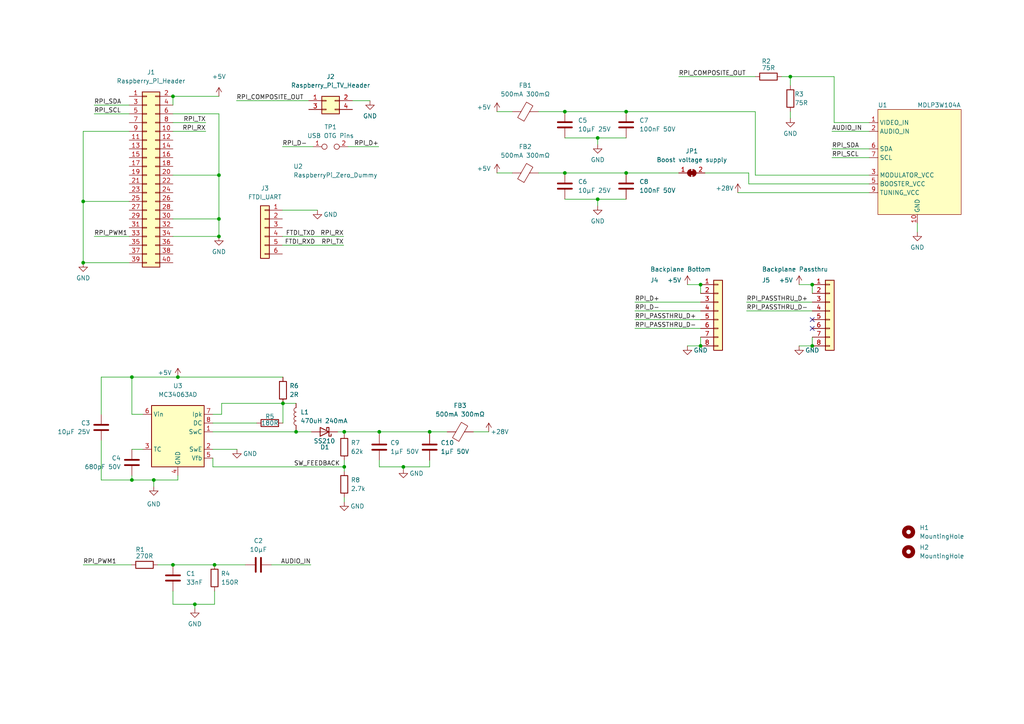
<source format=kicad_sch>
(kicad_sch (version 20211123) (generator eeschema)
  (paper "A4")
  (lib_symbols
    (symbol "ALPS_MDLP3W104A:MDLP3W104A"
      (property "Reference" "U" (at -11.43 16.51 0))
      (property "Value" "MDLP3W104A" (at 5.08 16.51 0))
      (property "Footprint" "ALPS_MDLP3W104A:ALPS_MDLP3W104A" (at 20.32 -19.05 0))
      (symbol "MDLP3W104A_0_0"
        (pin input line (at -15.24 11.43 0) (length 2.54) (name "VIDEO_IN") (number "1"))
        (pin power_in line (at -1.27 -17.78 90) (length 2.54) (name "GND") (number "10"))
        (pin input line (at -15.24 8.89 0) (length 2.54) (name "AUDIO_IN") (number "2"))
        (pin power_in line (at -15.24 -3.81 0) (length 2.54) (name "MODULATOR_VCC") (number "3"))
        (pin power_in line (at -15.24 -6.35 0) (length 2.54) (name "BOOSTER_VCC") (number "5"))
        (pin open_collector line (at -15.24 3.81 0) (length 2.54) (name "SDA") (number "6"))
        (pin open_collector line (at -15.24 1.27 0) (length 2.54) (name "SCL") (number "7"))
        (pin power_in line (at -15.24 -8.89 0) (length 2.54) (name "TUNING_VCC") (number "9"))
      )
      (symbol "MDLP3W104A_0_1"
        (rectangle (start -12.7 15.24) (end 11.43 -15.24) (fill (type background)))
      )
    )
    (symbol "Connector:TestPoint_2Pole" (pin_names (offset 0.762) hide)
      (property "Reference" "TP" (at 0 1.524 0))
      (property "Value" "TestPoint_2Pole" (at 0 -1.778 0))
      (symbol "TestPoint_2Pole_0_1"
        (circle (center -1.778 0) (radius 0.762))
        (circle (center 1.778 0) (radius 0.762))
        (pin passive line (at -5.08 0 0) (length 2.54) (name "1") (number "1"))
        (pin passive line (at 5.08 0 180) (length 2.54) (name "2") (number "2"))
      )
    )
    (symbol "Connector_Generic:Conn_01x06" (pin_names (offset 1.016) hide)
      (property "Reference" "J" (at 0 7.62 0))
      (property "Value" "Conn_01x06" (at 0 -10.16 0))
      (symbol "Conn_01x06_1_1"
        (rectangle (start -1.27 -7.493) (end 0 -7.747) (stroke (width 0.1524)))
        (rectangle (start -1.27 -4.953) (end 0 -5.207) (stroke (width 0.1524)))
        (rectangle (start -1.27 -2.413) (end 0 -2.667) (stroke (width 0.1524)))
        (rectangle (start -1.27 0.127) (end 0 -0.127) (stroke (width 0.1524)))
        (rectangle (start -1.27 2.667) (end 0 2.413) (stroke (width 0.1524)))
        (rectangle (start -1.27 5.207) (end 0 4.953) (stroke (width 0.1524)))
        (rectangle (start -1.27 6.35) (end 1.27 -8.89) (stroke (width 0.254)) (fill (type background)))
        (pin passive line (at -5.08 5.08 0) (length 3.81) (name "Pin_1") (number "1"))
        (pin passive line (at -5.08 2.54 0) (length 3.81) (name "Pin_2") (number "2"))
        (pin passive line (at -5.08 0 0) (length 3.81) (name "Pin_3") (number "3"))
        (pin passive line (at -5.08 -2.54 0) (length 3.81) (name "Pin_4") (number "4"))
        (pin passive line (at -5.08 -5.08 0) (length 3.81) (name "Pin_5") (number "5"))
        (pin passive line (at -5.08 -7.62 0) (length 3.81) (name "Pin_6") (number "6"))
      )
    )
    (symbol "Connector_Generic:Conn_01x08" (pin_names (offset 1.016) hide)
      (property "Reference" "J" (at 0 10.16 0))
      (property "Value" "Conn_01x08" (at 0 -12.7 0))
      (symbol "Conn_01x08_1_1"
        (rectangle (start -1.27 -10.033) (end 0 -10.287) (stroke (width 0.1524)))
        (rectangle (start -1.27 -7.493) (end 0 -7.747) (stroke (width 0.1524)))
        (rectangle (start -1.27 -4.953) (end 0 -5.207) (stroke (width 0.1524)))
        (rectangle (start -1.27 -2.413) (end 0 -2.667) (stroke (width 0.1524)))
        (rectangle (start -1.27 0.127) (end 0 -0.127) (stroke (width 0.1524)))
        (rectangle (start -1.27 2.667) (end 0 2.413) (stroke (width 0.1524)))
        (rectangle (start -1.27 5.207) (end 0 4.953) (stroke (width 0.1524)))
        (rectangle (start -1.27 7.747) (end 0 7.493) (stroke (width 0.1524)))
        (rectangle (start -1.27 8.89) (end 1.27 -11.43) (stroke (width 0.254)) (fill (type background)))
        (pin passive line (at -5.08 7.62 0) (length 3.81) (name "Pin_1") (number "1"))
        (pin passive line (at -5.08 5.08 0) (length 3.81) (name "Pin_2") (number "2"))
        (pin passive line (at -5.08 2.54 0) (length 3.81) (name "Pin_3") (number "3"))
        (pin passive line (at -5.08 0 0) (length 3.81) (name "Pin_4") (number "4"))
        (pin passive line (at -5.08 -2.54 0) (length 3.81) (name "Pin_5") (number "5"))
        (pin passive line (at -5.08 -5.08 0) (length 3.81) (name "Pin_6") (number "6"))
        (pin passive line (at -5.08 -7.62 0) (length 3.81) (name "Pin_7") (number "7"))
        (pin passive line (at -5.08 -10.16 0) (length 3.81) (name "Pin_8") (number "8"))
      )
    )
    (symbol "Connector_Generic:Conn_02x02_Odd_Even" (pin_names (offset 1.016) hide)
      (property "Reference" "J" (at 1.27 2.54 0))
      (property "Value" "Conn_02x02_Odd_Even" (at 1.27 -5.08 0))
      (symbol "Conn_02x02_Odd_Even_1_1"
        (rectangle (start -1.27 -2.413) (end 0 -2.667) (stroke (width 0.1524)))
        (rectangle (start -1.27 0.127) (end 0 -0.127) (stroke (width 0.1524)))
        (rectangle (start -1.27 1.27) (end 3.81 -3.81) (stroke (width 0.254)) (fill (type background)))
        (rectangle (start 3.81 -2.413) (end 2.54 -2.667) (stroke (width 0.1524)))
        (rectangle (start 3.81 0.127) (end 2.54 -0.127) (stroke (width 0.1524)))
        (pin passive line (at -5.08 0 0) (length 3.81) (name "Pin_1") (number "1"))
        (pin passive line (at 7.62 0 180) (length 3.81) (name "Pin_2") (number "2"))
        (pin passive line (at -5.08 -2.54 0) (length 3.81) (name "Pin_3") (number "3"))
        (pin passive line (at 7.62 -2.54 180) (length 3.81) (name "Pin_4") (number "4"))
      )
    )
    (symbol "Connector_Generic:Conn_02x20_Odd_Even" (pin_names (offset 1.016) hide)
      (property "Reference" "J" (at 1.27 25.4 0))
      (property "Value" "Conn_02x20_Odd_Even" (at 1.27 -27.94 0))
      (symbol "Conn_02x20_Odd_Even_1_1"
        (rectangle (start -1.27 -25.273) (end 0 -25.527) (stroke (width 0.1524)))
        (rectangle (start -1.27 -22.733) (end 0 -22.987) (stroke (width 0.1524)))
        (rectangle (start -1.27 -20.193) (end 0 -20.447) (stroke (width 0.1524)))
        (rectangle (start -1.27 -17.653) (end 0 -17.907) (stroke (width 0.1524)))
        (rectangle (start -1.27 -15.113) (end 0 -15.367) (stroke (width 0.1524)))
        (rectangle (start -1.27 -12.573) (end 0 -12.827) (stroke (width 0.1524)))
        (rectangle (start -1.27 -10.033) (end 0 -10.287) (stroke (width 0.1524)))
        (rectangle (start -1.27 -7.493) (end 0 -7.747) (stroke (width 0.1524)))
        (rectangle (start -1.27 -4.953) (end 0 -5.207) (stroke (width 0.1524)))
        (rectangle (start -1.27 -2.413) (end 0 -2.667) (stroke (width 0.1524)))
        (rectangle (start -1.27 0.127) (end 0 -0.127) (stroke (width 0.1524)))
        (rectangle (start -1.27 2.667) (end 0 2.413) (stroke (width 0.1524)))
        (rectangle (start -1.27 5.207) (end 0 4.953) (stroke (width 0.1524)))
        (rectangle (start -1.27 7.747) (end 0 7.493) (stroke (width 0.1524)))
        (rectangle (start -1.27 10.287) (end 0 10.033) (stroke (width 0.1524)))
        (rectangle (start -1.27 12.827) (end 0 12.573) (stroke (width 0.1524)))
        (rectangle (start -1.27 15.367) (end 0 15.113) (stroke (width 0.1524)))
        (rectangle (start -1.27 17.907) (end 0 17.653) (stroke (width 0.1524)))
        (rectangle (start -1.27 20.447) (end 0 20.193) (stroke (width 0.1524)))
        (rectangle (start -1.27 22.987) (end 0 22.733) (stroke (width 0.1524)))
        (rectangle (start -1.27 24.13) (end 3.81 -26.67) (stroke (width 0.254)) (fill (type background)))
        (rectangle (start 3.81 -25.273) (end 2.54 -25.527) (stroke (width 0.1524)))
        (rectangle (start 3.81 -22.733) (end 2.54 -22.987) (stroke (width 0.1524)))
        (rectangle (start 3.81 -20.193) (end 2.54 -20.447) (stroke (width 0.1524)))
        (rectangle (start 3.81 -17.653) (end 2.54 -17.907) (stroke (width 0.1524)))
        (rectangle (start 3.81 -15.113) (end 2.54 -15.367) (stroke (width 0.1524)))
        (rectangle (start 3.81 -12.573) (end 2.54 -12.827) (stroke (width 0.1524)))
        (rectangle (start 3.81 -10.033) (end 2.54 -10.287) (stroke (width 0.1524)))
        (rectangle (start 3.81 -7.493) (end 2.54 -7.747) (stroke (width 0.1524)))
        (rectangle (start 3.81 -4.953) (end 2.54 -5.207) (stroke (width 0.1524)))
        (rectangle (start 3.81 -2.413) (end 2.54 -2.667) (stroke (width 0.1524)))
        (rectangle (start 3.81 0.127) (end 2.54 -0.127) (stroke (width 0.1524)))
        (rectangle (start 3.81 2.667) (end 2.54 2.413) (stroke (width 0.1524)))
        (rectangle (start 3.81 5.207) (end 2.54 4.953) (stroke (width 0.1524)))
        (rectangle (start 3.81 7.747) (end 2.54 7.493) (stroke (width 0.1524)))
        (rectangle (start 3.81 10.287) (end 2.54 10.033) (stroke (width 0.1524)))
        (rectangle (start 3.81 12.827) (end 2.54 12.573) (stroke (width 0.1524)))
        (rectangle (start 3.81 15.367) (end 2.54 15.113) (stroke (width 0.1524)))
        (rectangle (start 3.81 17.907) (end 2.54 17.653) (stroke (width 0.1524)))
        (rectangle (start 3.81 20.447) (end 2.54 20.193) (stroke (width 0.1524)))
        (rectangle (start 3.81 22.987) (end 2.54 22.733) (stroke (width 0.1524)))
        (pin passive line (at -5.08 22.86 0) (length 3.81) (name "Pin_1") (number "1"))
        (pin passive line (at 7.62 12.7 180) (length 3.81) (name "Pin_10") (number "10"))
        (pin passive line (at -5.08 10.16 0) (length 3.81) (name "Pin_11") (number "11"))
        (pin passive line (at 7.62 10.16 180) (length 3.81) (name "Pin_12") (number "12"))
        (pin passive line (at -5.08 7.62 0) (length 3.81) (name "Pin_13") (number "13"))
        (pin passive line (at 7.62 7.62 180) (length 3.81) (name "Pin_14") (number "14"))
        (pin passive line (at -5.08 5.08 0) (length 3.81) (name "Pin_15") (number "15"))
        (pin passive line (at 7.62 5.08 180) (length 3.81) (name "Pin_16") (number "16"))
        (pin passive line (at -5.08 2.54 0) (length 3.81) (name "Pin_17") (number "17"))
        (pin passive line (at 7.62 2.54 180) (length 3.81) (name "Pin_18") (number "18"))
        (pin passive line (at -5.08 0 0) (length 3.81) (name "Pin_19") (number "19"))
        (pin passive line (at 7.62 22.86 180) (length 3.81) (name "Pin_2") (number "2"))
        (pin passive line (at 7.62 0 180) (length 3.81) (name "Pin_20") (number "20"))
        (pin passive line (at -5.08 -2.54 0) (length 3.81) (name "Pin_21") (number "21"))
        (pin passive line (at 7.62 -2.54 180) (length 3.81) (name "Pin_22") (number "22"))
        (pin passive line (at -5.08 -5.08 0) (length 3.81) (name "Pin_23") (number "23"))
        (pin passive line (at 7.62 -5.08 180) (length 3.81) (name "Pin_24") (number "24"))
        (pin passive line (at -5.08 -7.62 0) (length 3.81) (name "Pin_25") (number "25"))
        (pin passive line (at 7.62 -7.62 180) (length 3.81) (name "Pin_26") (number "26"))
        (pin passive line (at -5.08 -10.16 0) (length 3.81) (name "Pin_27") (number "27"))
        (pin passive line (at 7.62 -10.16 180) (length 3.81) (name "Pin_28") (number "28"))
        (pin passive line (at -5.08 -12.7 0) (length 3.81) (name "Pin_29") (number "29"))
        (pin passive line (at -5.08 20.32 0) (length 3.81) (name "Pin_3") (number "3"))
        (pin passive line (at 7.62 -12.7 180) (length 3.81) (name "Pin_30") (number "30"))
        (pin passive line (at -5.08 -15.24 0) (length 3.81) (name "Pin_31") (number "31"))
        (pin passive line (at 7.62 -15.24 180) (length 3.81) (name "Pin_32") (number "32"))
        (pin passive line (at -5.08 -17.78 0) (length 3.81) (name "Pin_33") (number "33"))
        (pin passive line (at 7.62 -17.78 180) (length 3.81) (name "Pin_34") (number "34"))
        (pin passive line (at -5.08 -20.32 0) (length 3.81) (name "Pin_35") (number "35"))
        (pin passive line (at 7.62 -20.32 180) (length 3.81) (name "Pin_36") (number "36"))
        (pin passive line (at -5.08 -22.86 0) (length 3.81) (name "Pin_37") (number "37"))
        (pin passive line (at 7.62 -22.86 180) (length 3.81) (name "Pin_38") (number "38"))
        (pin passive line (at -5.08 -25.4 0) (length 3.81) (name "Pin_39") (number "39"))
        (pin passive line (at 7.62 20.32 180) (length 3.81) (name "Pin_4") (number "4"))
        (pin passive line (at 7.62 -25.4 180) (length 3.81) (name "Pin_40") (number "40"))
        (pin passive line (at -5.08 17.78 0) (length 3.81) (name "Pin_5") (number "5"))
        (pin passive line (at 7.62 17.78 180) (length 3.81) (name "Pin_6") (number "6"))
        (pin passive line (at -5.08 15.24 0) (length 3.81) (name "Pin_7") (number "7"))
        (pin passive line (at 7.62 15.24 180) (length 3.81) (name "Pin_8") (number "8"))
        (pin passive line (at -5.08 12.7 0) (length 3.81) (name "Pin_9") (number "9"))
      )
    )
    (symbol "Device:C" (pin_numbers hide) (pin_names (offset 0.254))
      (property "Reference" "C" (at 0.635 2.54 0))
      (property "Value" "C" (at 0.635 -2.54 0))
      (symbol "C_0_1"
        (polyline (pts (xy -2.032 -0.762) (xy 2.032 -0.762)) (stroke (width 0.508)))
        (polyline (pts (xy -2.032 0.762) (xy 2.032 0.762)) (stroke (width 0.508)))
      )
      (symbol "C_1_1"
        (pin passive line (at 0 3.81 270) (length 2.794) (name "~") (number "1"))
        (pin passive line (at 0 -3.81 90) (length 2.794) (name "~") (number "2"))
      )
    )
    (symbol "Device:D_Schottky" (pin_numbers hide) (pin_names (offset 1.016) hide)
      (property "Reference" "D" (at 0 2.54 0))
      (property "Value" "D_Schottky" (at 0 -2.54 0))
      (symbol "D_Schottky_0_1"
        (polyline (pts (xy 1.27 0) (xy -1.27 0)))
        (polyline (pts (xy 1.27 1.27) (xy 1.27 -1.27) (xy -1.27 0) (xy 1.27 1.27)) (stroke (width 0.254)))
        (polyline (pts (xy -1.905 0.635) (xy -1.905 1.27) (xy -1.27 1.27) (xy -1.27 -1.27) (xy -0.635 -1.27) (xy -0.635 -0.635)) (stroke (width 0.254)))
      )
      (symbol "D_Schottky_1_1"
        (pin passive line (at -3.81 0 0) (length 2.54) (name "K") (number "1"))
        (pin passive line (at 3.81 0 180) (length 2.54) (name "A") (number "2"))
      )
    )
    (symbol "Device:FerriteBead" (pin_numbers hide) (pin_names (offset 0))
      (property "Reference" "FB" (at -3.81 0.635 90))
      (property "Value" "FerriteBead" (at 3.81 0 90))
      (symbol "FerriteBead_0_1"
        (polyline (pts (xy 0 -1.27) (xy 0 -1.2192)))
        (polyline (pts (xy 0 1.27) (xy 0 1.2954)))
        (polyline (pts (xy -2.7686 0.4064) (xy -1.7018 2.2606) (xy 2.7686 -0.3048) (xy 1.6764 -2.159) (xy -2.7686 0.4064)))
      )
      (symbol "FerriteBead_1_1"
        (pin passive line (at 0 3.81 270) (length 2.54) (name "~") (number "1"))
        (pin passive line (at 0 -3.81 90) (length 2.54) (name "~") (number "2"))
      )
    )
    (symbol "Device:L" (pin_numbers hide) (pin_names (offset 1.016) hide)
      (property "Reference" "L" (at -1.27 0 90))
      (property "Value" "L" (at 1.905 0 90))
      (symbol "L_0_1"
        (arc (start 0 -2.54) (mid 0.635 -1.905) (end 0 -1.27))
        (arc (start 0 -1.27) (mid 0.635 -0.635) (end 0 0))
        (arc (start 0 0) (mid 0.635 0.635) (end 0 1.27))
        (arc (start 0 1.27) (mid 0.635 1.905) (end 0 2.54))
      )
      (symbol "L_1_1"
        (pin passive line (at 0 3.81 270) (length 1.27) (name "1") (number "1"))
        (pin passive line (at 0 -3.81 90) (length 1.27) (name "2") (number "2"))
      )
    )
    (symbol "Device:R" (pin_numbers hide) (pin_names (offset 0))
      (property "Reference" "R" (at 2.032 0 90))
      (property "Value" "R" (at 0 0 90))
      (symbol "R_0_1"
        (rectangle (start -1.016 -2.54) (end 1.016 2.54) (stroke (width 0.254)))
      )
      (symbol "R_1_1"
        (pin passive line (at 0 3.81 270) (length 1.27) (name "~") (number "1"))
        (pin passive line (at 0 -3.81 90) (length 1.27) (name "~") (number "2"))
      )
    )
    (symbol "Jumper:SolderJumper_2_Bridged" (pin_names (offset 0) hide)
      (property "Reference" "JP" (at 0 2.032 0))
      (property "Value" "SolderJumper_2_Bridged" (at 0 -2.54 0))
      (symbol "SolderJumper_2_Bridged_0_1"
        (rectangle (start -0.508 0.508) (end 0.508 -0.508) (fill (type outline)))
        (arc (start -0.254 1.016) (mid -1.27 0) (end -0.254 -1.016))
        (arc (start -0.254 1.016) (mid -1.27 0) (end -0.254 -1.016) (fill (type outline)))
        (polyline (pts (xy -0.254 1.016) (xy -0.254 -1.016)))
        (polyline (pts (xy 0.254 1.016) (xy 0.254 -1.016)))
        (arc (start 0.254 -1.016) (mid 1.27 0) (end 0.254 1.016))
        (arc (start 0.254 -1.016) (mid 1.27 0) (end 0.254 1.016) (fill (type outline)))
      )
      (symbol "SolderJumper_2_Bridged_1_1"
        (pin passive line (at -3.81 0 0) (length 2.54) (name "A") (number "1"))
        (pin passive line (at 3.81 0 180) (length 2.54) (name "B") (number "2"))
      )
    )
    (symbol "Mechanical:MountingHole" (pin_names (offset 1.016))
      (property "Reference" "H" (at 0 5.08 0))
      (property "Value" "MountingHole" (at 0 3.175 0))
      (symbol "MountingHole_0_1"
        (circle (center 0 0) (radius 1.27) (stroke (width 1.27)))
      )
    )
    (symbol "RaspberryPiZero:RaspberryPi_Zero_Dummy"
      (property "Reference" "U" (at 0 0 0))
      (property "Value" "RaspberryPi_Zero_Dummy" (at 0 2.54 0))
    )
    (symbol "Regulator_Switching:MC34063AD"
      (property "Reference" "U" (at -7.62 8.89 0))
      (property "Value" "MC34063AD" (at 0 8.89 0))
      (symbol "MC34063AD_0_1"
        (rectangle (start -7.62 7.62) (end 7.62 -10.16) (stroke (width 0.254)) (fill (type background)))
      )
      (symbol "MC34063AD_1_1"
        (pin open_collector line (at 10.16 0 180) (length 2.54) (name "SwC") (number "1"))
        (pin open_emitter line (at 10.16 -5.08 180) (length 2.54) (name "SwE") (number "2"))
        (pin passive line (at -10.16 -5.08 0) (length 2.54) (name "TC") (number "3"))
        (pin power_in line (at 0 -12.7 90) (length 2.54) (name "GND") (number "4"))
        (pin input line (at 10.16 -7.62 180) (length 2.54) (name "Vfb") (number "5"))
        (pin power_in line (at -10.16 5.08 0) (length 2.54) (name "Vin") (number "6"))
        (pin input line (at 10.16 5.08 180) (length 2.54) (name "Ipk") (number "7"))
        (pin open_collector line (at 10.16 2.54 180) (length 2.54) (name "DC") (number "8"))
      )
    )
    (symbol "power:+28V" (power) (pin_names (offset 0))
      (property "Value" "+28V" (at 0 3.81 0))
      (symbol "+28V_0_1"
        (polyline (pts (xy -0.762 1.27) (xy 0 2.54)))
        (polyline (pts (xy 0 0) (xy 0 2.54)))
        (polyline (pts (xy 0 2.54) (xy 0.762 1.27)))
      )
      (symbol "+28V_1_1"
        (pin power_in line (at 0 0 90) (length 0) hide (name "+28V") (number "1"))
      )
    )
    (symbol "power:+5V" (power) (pin_names (offset 0))
      (property "Value" "+5V" (at 0 3.556 0))
      (symbol "+5V_0_1"
        (polyline (pts (xy -0.762 1.27) (xy 0 2.54)))
        (polyline (pts (xy 0 0) (xy 0 2.54)))
        (polyline (pts (xy 0 2.54) (xy 0.762 1.27)))
      )
      (symbol "+5V_1_1"
        (pin power_in line (at 0 0 90) (length 0) hide (name "+5V") (number "1"))
      )
    )
    (symbol "power:GND" (power) (pin_names (offset 0))
      (property "Value" "GND" (at 0 -3.81 0))
      (symbol "GND_0_1"
        (polyline (pts (xy 0 0) (xy 0 -1.27) (xy 1.27 -1.27) (xy 0 -2.54) (xy -1.27 -1.27) (xy 0 -1.27)))
      )
      (symbol "GND_1_1"
        (pin power_in line (at 0 0 270) (length 0) hide (name "GND") (number "1"))
      )
    )
  )
  (junction (at 63.5 63.5))
  (junction (at 38.2524 109.3724))
  (junction (at 24.13 58.42))
  (junction (at 85.8774 125.2474))
  (junction (at 99.8474 125.2474))
  (junction (at 62.23 163.83))
  (junction (at 82.0674 116.9924))
  (junction (at 38.2524 139.2174))
  (junction (at 163.83 32.385))
  (junction (at 235.585 82.55))
  (junction (at 203.2 100.33))
  (junction (at 181.61 50.165))
  (junction (at 235.585 100.33))
  (junction (at 116.9924 135.4074))
  (junction (at 50.165 163.83))
  (junction (at 110.0074 125.2474))
  (junction (at 56.515 175.26))
  (junction (at 63.5 68.58))
  (junction (at 173.355 40.005))
  (junction (at 203.2 82.55))
  (junction (at 173.355 57.785))
  (junction (at 99.8474 135.4074))
  (junction (at 124.6124 125.2474))
  (junction (at 63.5 50.8))
  (junction (at 229.235 22.225))
  (junction (at 44.6024 139.2174))
  (junction (at 181.61 32.385))
  (junction (at 50.165 27.94))
  (junction (at 24.13 76.2))
  (junction (at 51.5874 109.3724))
  (junction (at 163.83 50.165))
  (no_connect (at 235.585 95.25))
  (no_connect (at 235.585 92.71))
  (wire (pts (xy 163.83 32.385) (xy 181.61 32.385)))
  (wire (pts (xy 216.535 87.63) (xy 235.585 87.63)))
  (wire (pts (xy 99.8474 125.2474) (xy 110.0074 125.2474)))
  (wire (pts (xy 99.8474 125.2474) (xy 99.8474 125.8824)))
  (wire (pts (xy 241.3 43.18) (xy 252.095 43.18)))
  (wire (pts (xy 41.4274 120.1674) (xy 38.2524 120.1674)))
  (wire (pts (xy 50.165 63.5) (xy 63.5 63.5)))
  (wire (pts (xy 81.915 71.12) (xy 99.695 71.12)))
  (wire (pts (xy 100.965 42.545) (xy 109.855 42.545)))
  (wire (pts (xy 110.0074 125.2474) (xy 124.6124 125.2474)))
  (wire (pts (xy 50.165 163.83) (xy 62.23 163.83)))
  (wire (pts (xy 50.165 27.94) (xy 50.165 30.48)))
  (wire (pts (xy 99.8474 135.4074) (xy 99.8474 136.6774)))
  (wire (pts (xy 124.6124 125.2474) (xy 124.6124 125.8824)))
  (wire (pts (xy 29.3624 109.3724) (xy 38.2524 109.3724)))
  (wire (pts (xy 229.235 22.225) (xy 229.235 24.765)))
  (wire (pts (xy 226.695 22.225) (xy 229.235 22.225)))
  (wire (pts (xy 38.2524 130.3274) (xy 41.4274 130.3274)))
  (wire (pts (xy 99.8474 144.2974) (xy 99.8474 145.5674)))
  (wire (pts (xy 231.775 100.33) (xy 235.585 100.33)))
  (wire (pts (xy 137.3124 125.2474) (xy 141.7574 125.2474)))
  (wire (pts (xy 50.165 68.58) (xy 63.5 68.58)))
  (wire (pts (xy 144.145 32.385) (xy 148.59 32.385)))
  (wire (pts (xy 173.355 40.005) (xy 181.61 40.005)))
  (wire (pts (xy 64.2874 116.9924) (xy 64.2874 120.1674)))
  (wire (pts (xy 184.15 90.17) (xy 203.2 90.17)))
  (wire (pts (xy 241.3 45.72) (xy 252.095 45.72)))
  (wire (pts (xy 116.9924 135.4074) (xy 116.9924 136.0424)))
  (wire (pts (xy 173.355 57.785) (xy 181.61 57.785)))
  (wire (pts (xy 38.2524 137.9474) (xy 38.2524 139.2174)))
  (wire (pts (xy 241.935 35.56) (xy 252.095 35.56)))
  (wire (pts (xy 203.2 97.79) (xy 203.2 100.33)))
  (wire (pts (xy 213.995 55.88) (xy 252.095 55.88)))
  (wire (pts (xy 27.305 30.48) (xy 37.465 30.48)))
  (wire (pts (xy 85.8774 125.2474) (xy 90.3224 125.2474)))
  (wire (pts (xy 156.21 50.165) (xy 163.83 50.165)))
  (wire (pts (xy 63.5 33.02) (xy 63.5 50.8)))
  (wire (pts (xy 62.23 163.83) (xy 71.12 163.83)))
  (wire (pts (xy 61.7474 135.4074) (xy 99.8474 135.4074)))
  (wire (pts (xy 50.165 27.94) (xy 63.5 27.94)))
  (wire (pts (xy 204.47 50.165) (xy 217.17 50.165)))
  (wire (pts (xy 219.075 32.385) (xy 219.075 50.8)))
  (wire (pts (xy 44.6024 139.2174) (xy 44.6024 141.1224)))
  (wire (pts (xy 219.075 50.8) (xy 252.095 50.8)))
  (wire (pts (xy 196.85 22.225) (xy 219.075 22.225)))
  (wire (pts (xy 50.165 50.8) (xy 63.5 50.8)))
  (wire (pts (xy 124.6124 125.2474) (xy 129.6924 125.2474)))
  (wire (pts (xy 163.83 50.165) (xy 181.61 50.165)))
  (wire (pts (xy 81.915 68.58) (xy 99.695 68.58)))
  (wire (pts (xy 110.0074 135.4074) (xy 116.9924 135.4074)))
  (wire (pts (xy 61.7474 120.1674) (xy 64.2874 120.1674)))
  (wire (pts (xy 24.13 163.83) (xy 38.1 163.83)))
  (wire (pts (xy 82.0674 116.9924) (xy 64.2874 116.9924)))
  (wire (pts (xy 163.83 57.785) (xy 173.355 57.785)))
  (wire (pts (xy 102.235 29.21) (xy 107.315 29.21)))
  (wire (pts (xy 27.305 33.02) (xy 37.465 33.02)))
  (wire (pts (xy 81.915 60.96) (xy 92.075 60.96)))
  (wire (pts (xy 110.0074 125.2474) (xy 110.0074 125.8824)))
  (wire (pts (xy 68.58 29.21) (xy 89.535 29.21)))
  (wire (pts (xy 85.8774 124.6124) (xy 85.8774 125.2474)))
  (wire (pts (xy 56.515 175.26) (xy 62.23 175.26)))
  (wire (pts (xy 82.0674 116.9924) (xy 82.0674 122.7074)))
  (wire (pts (xy 61.7474 125.2474) (xy 85.8774 125.2474)))
  (wire (pts (xy 116.9924 135.4074) (xy 124.6124 135.4074)))
  (wire (pts (xy 63.5 63.5) (xy 63.5 68.58)))
  (wire (pts (xy 62.23 175.26) (xy 62.23 171.45)))
  (wire (pts (xy 235.585 82.55) (xy 235.585 85.09)))
  (wire (pts (xy 110.0074 133.5024) (xy 110.0074 135.4074)))
  (wire (pts (xy 24.13 58.42) (xy 37.465 58.42)))
  (wire (pts (xy 184.15 95.25) (xy 203.2 95.25)))
  (wire (pts (xy 184.15 92.71) (xy 203.2 92.71)))
  (wire (pts (xy 82.0674 116.9924) (xy 85.8774 116.9924)))
  (wire (pts (xy 29.3624 139.2174) (xy 38.2524 139.2174)))
  (wire (pts (xy 78.74 163.83) (xy 90.17 163.83)))
  (wire (pts (xy 44.6024 139.2174) (xy 51.5874 139.2174)))
  (wire (pts (xy 29.3624 127.7874) (xy 29.3624 139.2174)))
  (wire (pts (xy 266.065 64.77) (xy 266.065 67.31)))
  (wire (pts (xy 173.355 40.005) (xy 173.355 41.91)))
  (wire (pts (xy 99.8474 133.5024) (xy 99.8474 135.4074)))
  (wire (pts (xy 63.5 50.8) (xy 63.5 63.5)))
  (wire (pts (xy 24.13 38.1) (xy 37.465 38.1)))
  (wire (pts (xy 38.2524 139.2174) (xy 44.6024 139.2174)))
  (wire (pts (xy 24.13 76.2) (xy 24.13 58.42)))
  (wire (pts (xy 61.7474 132.8674) (xy 61.7474 135.4074)))
  (wire (pts (xy 229.235 32.385) (xy 229.235 34.29)))
  (wire (pts (xy 163.83 40.005) (xy 173.355 40.005)))
  (wire (pts (xy 124.6124 133.5024) (xy 124.6124 135.4074)))
  (wire (pts (xy 173.355 57.785) (xy 173.355 59.69)))
  (wire (pts (xy 97.9424 125.2474) (xy 99.8474 125.2474)))
  (wire (pts (xy 181.61 32.385) (xy 219.075 32.385)))
  (wire (pts (xy 231.775 82.55) (xy 235.585 82.55)))
  (wire (pts (xy 199.39 82.55) (xy 203.2 82.55)))
  (wire (pts (xy 45.72 163.83) (xy 50.165 163.83)))
  (wire (pts (xy 50.165 175.26) (xy 56.515 175.26)))
  (wire (pts (xy 38.2524 109.3724) (xy 51.5874 109.3724)))
  (wire (pts (xy 50.165 33.02) (xy 63.5 33.02)))
  (wire (pts (xy 235.585 97.79) (xy 235.585 100.33)))
  (wire (pts (xy 50.165 38.1) (xy 59.69 38.1)))
  (wire (pts (xy 56.515 175.26) (xy 56.515 176.53)))
  (wire (pts (xy 217.17 53.34) (xy 252.095 53.34)))
  (wire (pts (xy 184.15 87.63) (xy 203.2 87.63)))
  (wire (pts (xy 203.2 82.55) (xy 203.2 85.09)))
  (wire (pts (xy 61.7474 122.7074) (xy 74.4474 122.7074)))
  (wire (pts (xy 61.7474 130.3274) (xy 68.7324 130.3274)))
  (wire (pts (xy 217.17 50.165) (xy 217.17 53.34)))
  (wire (pts (xy 181.61 50.165) (xy 196.85 50.165)))
  (wire (pts (xy 51.5874 139.2174) (xy 51.5874 137.9474)))
  (wire (pts (xy 24.13 38.1) (xy 24.13 58.42)))
  (wire (pts (xy 50.165 35.56) (xy 59.69 35.56)))
  (wire (pts (xy 156.21 32.385) (xy 163.83 32.385)))
  (wire (pts (xy 50.165 171.45) (xy 50.165 175.26)))
  (wire (pts (xy 27.305 68.58) (xy 37.465 68.58)))
  (wire (pts (xy 241.935 22.225) (xy 241.935 35.56)))
  (wire (pts (xy 38.2524 120.1674) (xy 38.2524 109.3724)))
  (wire (pts (xy 241.3 38.1) (xy 252.095 38.1)))
  (wire (pts (xy 24.13 76.2) (xy 37.465 76.2)))
  (wire (pts (xy 216.535 90.17) (xy 235.585 90.17)))
  (wire (pts (xy 51.5874 109.3724) (xy 82.0674 109.3724)))
  (wire (pts (xy 29.3624 120.1674) (xy 29.3624 109.3724)))
  (wire (pts (xy 144.145 50.165) (xy 148.59 50.165)))
  (wire (pts (xy 229.235 22.225) (xy 241.935 22.225)))
  (wire (pts (xy 81.915 42.545) (xy 90.805 42.545)))
  (wire (pts (xy 199.39 100.33) (xy 203.2 100.33)))
  (label "RPI_D-" (at 184.15 90.17 0))
  (label "RPI_PWM1" (at 24.13 163.83 0))
  (label "SW_FEEDBACK" (at 85.2424 135.4074 0))
  (label "RPI_COMPOSITE_OUT" (at 68.58 29.21 0))
  (label "RPI_SDA" (at 241.3 43.18 0))
  (label "RPI_SCL" (at 27.305 33.02 0))
  (label "RPI_SCL" (at 241.3 45.72 0))
  (label "AUDIO_IN" (at 241.3 38.1 0))
  (label "AUDIO_IN" (at 90.17 163.83 180))
  (label "FTDI_TXD" (at 91.44 68.58 180))
  (label "RPI_RX" (at 59.69 38.1 180))
  (label "RPI_PASSTHRU_D-" (at 184.15 95.25 0))
  (label "RPI_COMPOSITE_OUT" (at 196.85 22.225 0))
  (label "RPI_TX" (at 59.69 35.56 180))
  (label "RPI_D-" (at 81.915 42.545 0))
  (label "RPI_PWM1" (at 27.305 68.58 0))
  (label "RPI_D+" (at 109.855 42.545 180))
  (label "FTDI_RXD" (at 91.44 71.12 180))
  (label "RPI_TX" (at 99.695 71.12 180))
  (label "RPI_SDA" (at 27.305 30.48 0))
  (label "RPI_D+" (at 184.15 87.63 0))
  (label "RPI_RX" (at 99.695 68.58 180))
  (label "RPI_PASSTHRU_D+" (at 216.535 87.63 0))
  (label "RPI_PASSTHRU_D-" (at 216.535 90.17 0))
  (label "RPI_PASSTHRU_D+" (at 184.15 92.71 0))
  (symbol (lib_id "Device:C") (at 38.2524 134.1374 0) (mirror x) (unit 1)
    (property "Reference" "C4" (at 35.0774 132.8673 0) (effects (justify right)))
    (property "Value" "680pF 50V" (at 35.0774 135.4073 0) (effects (justify right)))
    (property "Footprint" "Resistor_SMD:R_0805_2012Metric" (effects hide))
    (property "LCSC" "C53150" (effects hide))
  )
  (symbol (lib_id "Device:R") (at 99.8474 129.6924 180) (unit 1)
    (property "Reference" "R7" (at 101.7524 128.4223 0) (effects (justify right)))
    (property "Value" "62k" (at 101.7524 130.9623 0) (effects (justify right)))
    (property "Footprint" "Resistor_SMD:R_0805_2012Metric" (effects hide))
    (property "LCSC" "C17783" (effects hide))
  )
  (symbol (lib_id "Connector_Generic:Conn_01x08") (at 208.28 90.17 0) (unit 1)
    (property "Reference" "J4" (at 188.595 81.28 0) (effects (justify left)))
    (property "Value" "Backplane Bottom" (at 188.595 78.105 0) (effects (justify left)))
    (property "Footprint" "Connector_PinSocket_2.54mm:PinSocket_1x08_P2.54mm_Horizontal" (effects hide))
    (property "LCSC" "C2833721" (effects hide))
  )
  (symbol (lib_id "Device:R") (at 99.8474 140.4874 180) (unit 1)
    (property "Reference" "R8" (at 101.7524 139.2173 0) (effects (justify right)))
    (property "Value" "2.7k" (at 101.7524 141.7573 0) (effects (justify right)))
    (property "Footprint" "Resistor_SMD:R_0805_2012Metric" (effects hide))
    (property "LCSC" "C17530" (effects hide))
  )
  (symbol (lib_id "power:GND") (at 92.075 60.96 0) (unit 1)
    (property "Reference" "#PWR0111" (effects hide))
    (property "Value" "GND" (at 95.885 62.23 0))
  )
  (symbol (lib_id "Connector_Generic:Conn_02x20_Odd_Even") (at 42.545 50.8 0) (unit 1)
    (property "Reference" "J1" (at 43.815 20.955 0))
    (property "Value" "Raspberry_Pi_Header" (at 43.815 23.495 0))
    (property "Footprint" "Connector_PinSocket_2.54mm:PinSocket_2x20_P2.54mm_Vertical" (effects hide))
    (property "LCSC" "C2977589" (effects hide))
  )
  (symbol (lib_id "Device:C") (at 124.6124 129.6924 0) (unit 1)
    (property "Reference" "C10" (at 127.7874 128.4223 0) (effects (justify left)))
    (property "Value" "1µF 50V" (at 127.7874 130.9623 0) (effects (justify left)))
    (property "Footprint" "Capacitor_SMD:C_1206_3216Metric" (effects hide))
    (property "LCSC" "C1848" (effects hide))
  )
  (symbol (lib_id "power:GND") (at 63.5 68.58 0) (unit 1)
    (property "Reference" "#PWR0102" (effects hide))
    (property "Value" "GND" (at 63.5 73.025 0))
  )
  (symbol (lib_id "power:GND") (at 24.13 76.2 0) (unit 1)
    (property "Reference" "#PWR0107" (effects hide))
    (property "Value" "GND" (at 24.13 80.645 0))
  )
  (symbol (lib_id "power:GND") (at 68.7324 130.3274 0) (unit 1)
    (property "Reference" "#PWR0117" (effects hide))
    (property "Value" "GND" (at 72.5424 131.5974 0))
  )
  (symbol (lib_id "Device:L") (at 85.8774 120.8024 180) (unit 1)
    (property "Reference" "L1" (at 87.1474 119.5323 0) (effects (justify right)))
    (property "Value" "470uH 240mA" (at 87.1474 122.0723 0) (effects (justify right)))
    (property "Footprint" "Inductor_SMD:L_7.3x7.3_H3.5" (effects hide))
    (property "LCSC" "C718275" (effects hide))
  )
  (symbol (lib_id "power:+28V") (at 141.7574 125.2474 0) (unit 1)
    (property "Reference" "#PWR0114" (effects hide))
    (property "Value" "+28V" (at 144.9324 125.2474 0))
  )
  (symbol (lib_id "Device:C") (at 110.0074 129.6924 0) (unit 1)
    (property "Reference" "C9" (at 113.1824 128.4223 0) (effects (justify left)))
    (property "Value" "1µF 50V" (at 113.1824 130.9623 0) (effects (justify left)))
    (property "Footprint" "Capacitor_SMD:C_1206_3216Metric" (effects hide))
    (property "LCSC" "C1848" (effects hide))
  )
  (symbol (lib_id "Device:R") (at 82.0674 113.1824 0) (unit 1)
    (property "Reference" "R6" (at 83.9724 111.9123 0) (effects (justify left)))
    (property "Value" "2R" (at 83.9724 114.4523 0) (effects (justify left)))
    (property "Footprint" "Resistor_SMD:R_0805_2012Metric" (effects hide))
    (property "LCSC" "C17606" (effects hide))
  )
  (symbol (lib_id "Device:C") (at 74.93 163.83 90) (unit 1)
    (property "Reference" "C2" (at 74.93 156.845 90))
    (property "Value" "10µF" (at 74.93 159.385 90))
    (property "Footprint" "Capacitor_SMD:C_0805_2012Metric_Pad1.18x1.45mm_HandSolder" (effects hide))
    (property "LCSC" "C15850" (effects hide))
  )
  (symbol (lib_id "Device:D_Schottky") (at 94.1324 125.2474 180) (unit 1)
    (property "Reference" "D1" (at 92.8624 129.6924 0) (effects (justify right)))
    (property "Value" "SS210" (at 90.9574 127.9144 0) (effects (justify right)))
    (property "Footprint" "Diode_SMD:D_SMA" (effects hide))
    (property "LCSC" "C14996" (effects hide))
  )
  (symbol (lib_id "ALPS_MDLP3W104A:MDLP3W104A") (at 267.335 46.99 0) (unit 1)
    (property "Reference" "U1" (at 254.635 30.48 0) (effects (justify left)))
    (property "Value" "MDLP3W104A" (at 266.065 30.48 0) (effects (justify left)))
    (property "Footprint" "ALPS_MDLP3W104A:ALPS_MDLP3W104A" (effects hide))
    (property "Datasheet" "https://www.pollin.de/productdownloads/D605067D.PDF" (effects hide))
  )
  (symbol (lib_id "RaspberryPiZero:RaspberryPi_Zero_Dummy") (at 83.82 49.53 0) (unit 1)
    (property "Reference" "U2" (at 85.09 48.2599 0) (effects (justify left)))
    (property "Value" "RaspberryPi_Zero_Dummy" (at 85.09 50.7999 0) (effects (justify left)))
    (property "Footprint" "RaspberryPiZero_Dummy:RaspberryPiZero_Dummy" (effects hide))
  )
  (symbol (lib_id "Jumper:SolderJumper_2_Bridged") (at 200.66 50.165 0) (unit 1)
    (property "Reference" "JP1" (at 200.66 43.815 0))
    (property "Value" "Boost voltage supply" (at 200.66 46.355 0))
    (property "Footprint" "Jumper:SolderJumper-2_P1.3mm_Bridged_Pad1.0x1.5mm" (effects hide))
  )
  (symbol (lib_id "power:GND") (at 173.355 41.91 0) (unit 1)
    (property "Reference" "#PWR0113" (effects hide))
    (property "Value" "GND" (at 173.355 46.355 0))
  )
  (symbol (lib_id "Device:R") (at 62.23 167.64 180) (unit 1)
    (property "Reference" "R4" (at 65.405 166.37 0))
    (property "Value" "150R" (at 66.675 168.91 0))
    (property "Footprint" "Resistor_SMD:R_0805_2012Metric_Pad1.20x1.40mm_HandSolder" (effects hide))
    (property "LCSC" "C17471" (effects hide))
  )
  (symbol (lib_id "power:GND") (at 229.235 34.29 0) (unit 1)
    (property "Reference" "#PWR0108" (effects hide))
    (property "Value" "GND" (at 229.235 38.735 0))
  )
  (symbol (lib_id "power:GND") (at 266.065 67.31 0) (unit 1)
    (property "Reference" "#PWR0105" (effects hide))
    (property "Value" "GND" (at 266.065 71.755 0))
  )
  (symbol (lib_id "power:GND") (at 44.6024 141.1224 0) (unit 1)
    (property "Reference" "#PWR0119" (effects hide))
    (property "Value" "GND" (at 44.6024 146.2024 0))
  )
  (symbol (lib_id "Mechanical:MountingHole") (at 263.525 160.02 0) (unit 1)
    (property "Reference" "H2" (at 266.7 158.7499 0) (effects (justify left)))
    (property "Value" "MountingHole" (at 266.7 161.2899 0) (effects (justify left)))
    (property "Footprint" "ToolingHole:ToolingHole_JLCSMT" (effects hide))
  )
  (symbol (lib_id "Device:C") (at 163.83 53.975 0) (unit 1)
    (property "Reference" "C6" (at 167.64 52.7049 0) (effects (justify left)))
    (property "Value" "10µF 25V" (at 167.64 55.2449 0) (effects (justify left)))
    (property "Footprint" "Capacitor_SMD:C_0805_2012Metric_Pad1.18x1.45mm_HandSolder" (effects hide))
    (property "LCSC" "C15850" (effects hide))
  )
  (symbol (lib_id "power:GND") (at 173.355 59.69 0) (unit 1)
    (property "Reference" "#PWR0112" (effects hide))
    (property "Value" "GND" (at 173.355 64.135 0))
  )
  (symbol (lib_id "power:+5V") (at 63.5 27.94 0) (unit 1)
    (property "Reference" "#PWR0103" (effects hide))
    (property "Value" "+5V" (at 63.5 22.225 0))
  )
  (symbol (lib_id "Device:FerriteBead") (at 133.5024 125.2474 90) (unit 1)
    (property "Reference" "FB3" (at 133.4516 117.6274 90))
    (property "Value" "500mA 300mΩ" (at 133.4516 120.1674 90))
    (property "Footprint" "Inductor_SMD:L_0805_2012Metric_Pad1.05x1.20mm_HandSolder" (effects hide))
    (property "LCSC" "C1017" (effects hide))
  )
  (symbol (lib_id "Device:C") (at 181.61 53.975 0) (unit 1)
    (property "Reference" "C8" (at 185.42 52.7049 0) (effects (justify left)))
    (property "Value" "100nF 50V" (at 185.42 55.2449 0) (effects (justify left)))
    (property "Footprint" "Capacitor_SMD:C_0805_2012Metric_Pad1.18x1.45mm_HandSolder" (effects hide))
    (property "LCSC" "C49678" (effects hide))
  )
  (symbol (lib_id "power:+5V") (at 51.5874 109.3724 0) (unit 1)
    (property "Reference" "#PWR0118" (effects hide))
    (property "Value" "+5V" (at 47.7774 108.1024 0))
  )
  (symbol (lib_id "power:GND") (at 231.775 100.33 0) (unit 1)
    (property "Reference" "#PWR0123" (effects hide))
    (property "Value" "GND" (at 235.585 101.6 0))
  )
  (symbol (lib_id "Device:C") (at 29.3624 123.9774 0) (mirror x) (unit 1)
    (property "Reference" "C3" (at 26.1874 122.7073 0) (effects (justify right)))
    (property "Value" "10µF 25V" (at 26.1874 125.2473 0) (effects (justify right)))
    (property "Footprint" "Capacitor_SMD:C_0805_2012Metric_Pad1.18x1.45mm_HandSolder" (effects hide))
    (property "LCSC" "C15850" (effects hide))
  )
  (symbol (lib_id "Device:R") (at 222.885 22.225 90) (unit 1)
    (property "Reference" "R2" (at 222.25 17.78 90))
    (property "Value" "75R" (at 222.885 19.685 90))
    (property "Footprint" "Resistor_SMD:R_0805_2012Metric_Pad1.20x1.40mm_HandSolder" (effects hide))
    (property "LCSC" "C20638" (effects hide))
  )
  (symbol (lib_id "Connector_Generic:Conn_01x08") (at 240.665 90.17 0) (unit 1)
    (property "Reference" "J5" (at 220.98 81.28 0) (effects (justify left)))
    (property "Value" "Backplane Passthru" (at 220.98 78.105 0) (effects (justify left)))
    (property "Footprint" "Connector_PinHeader_2.54mm:PinHeader_1x08_P2.54mm_Horizontal" (effects hide))
    (property "LCSC" "C2833322" (effects hide))
  )
  (symbol (lib_id "Device:C") (at 163.83 36.195 0) (unit 1)
    (property "Reference" "C5" (at 167.64 34.9249 0) (effects (justify left)))
    (property "Value" "10µF 25V" (at 167.64 37.4649 0) (effects (justify left)))
    (property "Footprint" "Capacitor_SMD:C_0805_2012Metric_Pad1.18x1.45mm_HandSolder" (effects hide))
    (property "LCSC" "C15850" (effects hide))
  )
  (symbol (lib_id "Device:R") (at 78.2574 122.7074 90) (unit 1)
    (property "Reference" "R5" (at 78.2574 120.8024 90))
    (property "Value" "180R" (at 78.2574 122.7074 90))
    (property "Footprint" "Resistor_SMD:R_0805_2012Metric" (effects hide))
    (property "LCSC" "C25270" (effects hide))
  )
  (symbol (lib_id "Device:R") (at 229.235 28.575 180) (unit 1)
    (property "Reference" "R3" (at 231.775 27.305 0))
    (property "Value" "75R" (at 232.41 29.845 0))
    (property "Footprint" "Resistor_SMD:R_0805_2012Metric_Pad1.20x1.40mm_HandSolder" (effects hide))
    (property "LCSC" "C20638" (effects hide))
  )
  (symbol (lib_id "Mechanical:MountingHole") (at 263.525 154.305 0) (unit 1)
    (property "Reference" "H1" (at 266.7 153.0349 0) (effects (justify left)))
    (property "Value" "MountingHole" (at 266.7 155.5749 0) (effects (justify left)))
    (property "Footprint" "ToolingHole:ToolingHole_JLCSMT" (effects hide))
  )
  (symbol (lib_id "Connector_Generic:Conn_01x06") (at 76.835 66.04 0) (mirror y) (unit 1)
    (property "Reference" "J3" (at 76.835 54.61 0))
    (property "Value" "FTDI_UART" (at 76.835 57.15 0))
    (property "Footprint" "Connector_PinHeader_2.54mm:PinHeader_1x06_P2.54mm_Vertical" (effects hide))
  )
  (symbol (lib_id "power:GND") (at 116.9924 136.0424 0) (unit 1)
    (property "Reference" "#PWR0116" (effects hide))
    (property "Value" "GND" (at 120.8024 137.3124 0))
  )
  (symbol (lib_id "power:+28V") (at 213.995 55.88 0) (unit 1)
    (property "Reference" "#PWR0106" (effects hide))
    (property "Value" "+28V" (at 210.185 54.61 0))
  )
  (symbol (lib_id "power:+5V") (at 144.145 50.165 0) (unit 1)
    (property "Reference" "#PWR0109" (effects hide))
    (property "Value" "+5V" (at 140.335 48.895 0))
  )
  (symbol (lib_id "power:+5V") (at 231.775 82.55 0) (unit 1)
    (property "Reference" "#PWR0122" (effects hide))
    (property "Value" "+5V" (at 227.965 81.28 0))
  )
  (symbol (lib_id "Device:R") (at 41.91 163.83 90) (unit 1)
    (property "Reference" "R1" (at 40.64 159.385 90))
    (property "Value" "270R" (at 41.91 161.29 90))
    (property "Footprint" "Resistor_SMD:R_0805_2012Metric_Pad1.20x1.40mm_HandSolder" (effects hide))
    (property "LCSC" "C17590" (effects hide))
  )
  (symbol (lib_id "power:+5V") (at 144.145 32.385 0) (unit 1)
    (property "Reference" "#PWR0110" (effects hide))
    (property "Value" "+5V" (at 140.335 31.115 0))
  )
  (symbol (lib_id "Device:FerriteBead") (at 152.4 32.385 90) (unit 1)
    (property "Reference" "FB1" (at 152.3492 24.765 90))
    (property "Value" "500mA 300mΩ" (at 152.3492 27.305 90))
    (property "Footprint" "Inductor_SMD:L_0805_2012Metric_Pad1.05x1.20mm_HandSolder" (effects hide))
    (property "LCSC" "C1017" (effects hide))
  )
  (symbol (lib_id "power:GND") (at 56.515 176.53 0) (unit 1)
    (property "Reference" "#PWR0104" (effects hide))
    (property "Value" "GND" (at 56.515 180.975 0))
  )
  (symbol (lib_id "Regulator_Switching:MC34063AD") (at 51.5874 125.2474 0) (unit 1)
    (property "Reference" "U3" (at 51.5874 111.9124 0))
    (property "Value" "MC34063AD" (at 51.5874 114.4524 0))
    (property "Footprint" "Package_SO:SOIC-8_3.9x4.9mm_P1.27mm" (effects hide))
    (property "Datasheet" "http://www.onsemi.com/pub_link/Collateral/MC34063A-D.PDF" (effects hide))
    (property "LCSC" "C32078" (effects hide))
  )
  (symbol (lib_id "power:GND") (at 99.8474 145.5674 0) (unit 1)
    (property "Reference" "#PWR0115" (effects hide))
    (property "Value" "GND" (at 103.6574 146.8374 0))
  )
  (symbol (lib_id "power:+5V") (at 199.39 82.55 0) (unit 1)
    (property "Reference" "#PWR0120" (effects hide))
    (property "Value" "+5V" (at 195.58 81.28 0))
  )
  (symbol (lib_id "Device:FerriteBead") (at 152.4 50.165 90) (unit 1)
    (property "Reference" "FB2" (at 152.3492 42.545 90))
    (property "Value" "500mA 300mΩ" (at 152.3492 45.085 90))
    (property "Footprint" "Inductor_SMD:L_0805_2012Metric_Pad1.05x1.20mm_HandSolder" (effects hide))
    (property "LCSC" "C1017" (effects hide))
  )
  (symbol (lib_id "power:GND") (at 199.39 100.33 0) (unit 1)
    (property "Reference" "#PWR0121" (effects hide))
    (property "Value" "GND" (at 203.2 101.6 0))
  )
  (symbol (lib_id "Device:C") (at 181.61 36.195 0) (unit 1)
    (property "Reference" "C7" (at 185.42 34.9249 0) (effects (justify left)))
    (property "Value" "100nF 50V" (at 185.42 37.4649 0) (effects (justify left)))
    (property "Footprint" "Capacitor_SMD:C_0805_2012Metric_Pad1.18x1.45mm_HandSolder" (effects hide))
    (property "LCSC" "C49678" (effects hide))
  )
  (symbol (lib_id "power:GND") (at 107.315 29.21 0) (unit 1)
    (property "Reference" "#PWR0101" (effects hide))
    (property "Value" "GND" (at 107.315 33.655 0))
  )
  (symbol (lib_id "Connector:TestPoint_2Pole") (at 95.885 42.545 0) (unit 1)
    (property "Reference" "TP1" (at 95.885 36.83 0))
    (property "Value" "USB OTG Pins" (at 95.885 39.37 0))
    (property "Footprint" "Connector_PinHeader_2.54mm:PinHeader_1x02_P2.54mm_Vertical" (effects hide))
  )
  (symbol (lib_id "Connector_Generic:Conn_02x02_Odd_Even") (at 94.615 29.21 0) (unit 1)
    (property "Reference" "J2" (at 95.885 22.225 0))
    (property "Value" "Raspberry_Pi_TV_Header" (at 95.885 24.765 0))
    (property "Footprint" "Connector_PinSocket_2.54mm:PinSocket_2x02_P2.54mm_Vertical" (effects hide))
    (property "LCSC" "C2977590" (effects hide))
  )
  (symbol (lib_id "Device:C") (at 50.165 167.64 0) (unit 1)
    (property "Reference" "C1" (at 53.975 166.3699 0) (effects (justify left)))
    (property "Value" "33nF" (at 53.975 168.9099 0) (effects (justify left)))
    (property "Footprint" "Capacitor_SMD:C_0805_2012Metric_Pad1.18x1.45mm_HandSolder" (effects hide))
    (property "LCSC" "C1739" (effects hide))
  )
)
</source>
